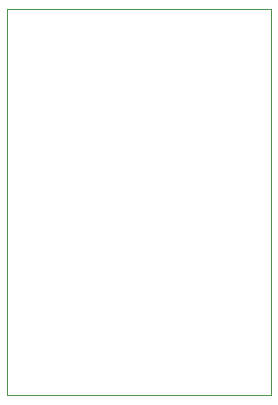
<source format=gbr>
%TF.GenerationSoftware,KiCad,Pcbnew,(5.1.6)-1*%
%TF.CreationDate,2020-08-23T14:00:49-07:00*%
%TF.ProjectId,Led Driver Double,4c656420-4472-4697-9665-7220446f7562,rev?*%
%TF.SameCoordinates,Original*%
%TF.FileFunction,Profile,NP*%
%FSLAX46Y46*%
G04 Gerber Fmt 4.6, Leading zero omitted, Abs format (unit mm)*
G04 Created by KiCad (PCBNEW (5.1.6)-1) date 2020-08-23 14:00:49*
%MOMM*%
%LPD*%
G01*
G04 APERTURE LIST*
%TA.AperFunction,Profile*%
%ADD10C,0.050000*%
%TD*%
G04 APERTURE END LIST*
D10*
X71220000Y-53340000D02*
X71220000Y-20690000D01*
X93570000Y-53340000D02*
X71220000Y-53340000D01*
X93570000Y-20690000D02*
X93570000Y-53340000D01*
X71220000Y-20690000D02*
X93570000Y-20690000D01*
M02*

</source>
